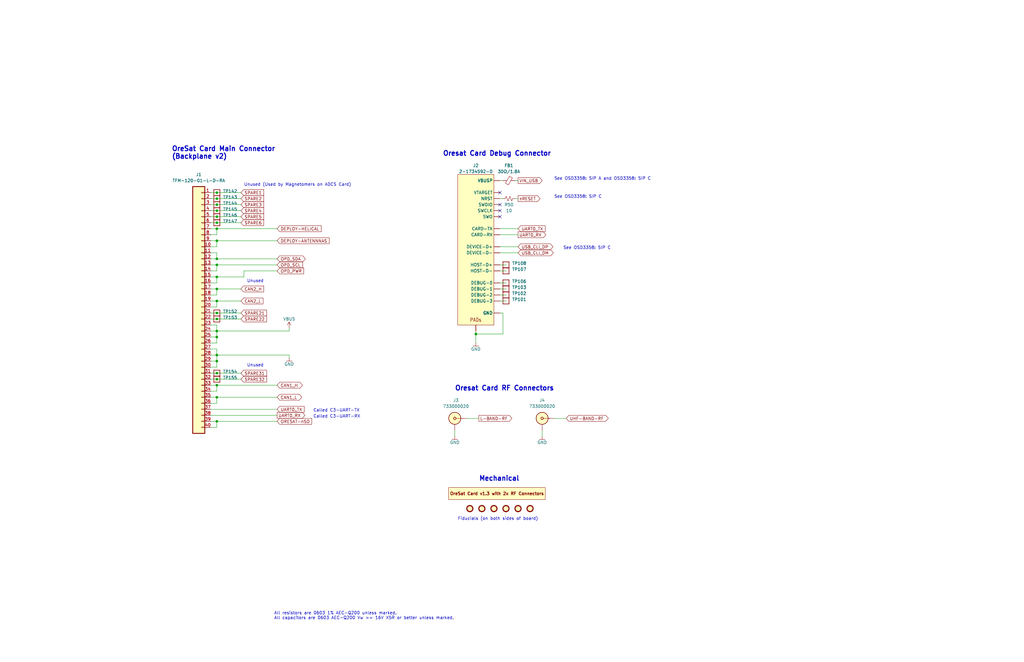
<source format=kicad_sch>
(kicad_sch (version 20230121) (generator eeschema)
  (paper "USLedger")
  (title_block (title "OreSat C3: Connectors") (date "2023-05-29") (rev "6.0"))
  (lib_symbols
    (symbol "Device:FerriteBead_Small" (pin_numbers hide) (pin_names (offset 0))
      (property "Reference" "FB" (at 1.905 1.27 0))
      (property "Value" "FerriteBead_Small" (at 1.905 -1.27 0))
      (symbol "FerriteBead_Small_0_1"
        (polyline (pts (xy 0 -1.27) (xy 0 -0.7874)))
        (polyline (pts (xy 0 0.889) (xy 0 1.2954)))
        (polyline (pts (xy -1.8288 0.2794) (xy -1.1176 1.4986) (xy 1.8288 -0.2032) (xy 1.1176 -1.4224) (xy -1.8288 0.2794)))
      )
      (symbol "FerriteBead_Small_1_1"
        (pin passive line (at 0 2.54 270) (length 1.27) (name "~") (number "1"))
        (pin passive line (at 0 -2.54 90) (length 1.27) (name "~") (number "2"))
      )
    )
    (symbol "Device:R_Small_US" (pin_numbers hide) (pin_names (offset 0.254) hide)
      (property "Reference" "R" (at 0.762 0.508 0))
      (property "Value" "R_Small_US" (at 0.762 -1.016 0))
      (symbol "R_Small_US_1_1"
        (polyline (pts (xy 0 0) (xy 1.016 -0.381) (xy 0 -0.762) (xy -1.016 -1.143) (xy 0 -1.524)))
        (polyline (pts (xy 0 1.524) (xy 1.016 1.143) (xy 0 0.762) (xy -1.016 0.381) (xy 0 0)))
        (pin passive line (at 0 2.54 270) (length 1.016) (name "~") (number "1"))
        (pin passive line (at 0 -2.54 90) (length 1.016) (name "~") (number "2"))
      )
    )
    (symbol "Mechanical:Fiducial"
      (property "Reference" "FID" (at 0 5.08 0))
      (property "Value" "Fiducial" (at 0 3.175 0))
      (symbol "Fiducial_0_1"
        (circle (center 0 0) (radius 1.27) (stroke (width 0.508)) (fill (type background)))
      )
    )
    (symbol "oresat-connectors:J-MOLEX-SMPM-73300-002X"
      (property "Reference" "J" (at 5.08 -3.81 0))
      (property "Value" "733000020" (at 5.08 -6.35 0))
      (symbol "J-MOLEX-SMPM-73300-002X_1_0"
        (polyline (pts (xy 0.508 0) (xy 3.556 0)) (stroke (width 0.1524)))
        (circle (center 0 0) (radius 0.508) (stroke (width 0.254)))
        (circle (center 0 0) (radius 2.54) (stroke (width 0.254)) (fill (type background)))
        (pin passive line (at 0 -5.08 90) (length 2.54) (name "SHIELD") (number "SHEILD"))
        (pin passive line (at 5.08 0 180) (length 2.54) (name "SIGNAL") (number "SIGNAL"))
      )
    )
    (symbol "oresat-connectors:J-SAMTEC-TFM-120-01-L-D-RA" (pin_names hide)
      (property "Reference" "J" (at 0 54.61 0))
      (property "Value" "J-SAMTEC-TFM-120-01-L-D-RA" (at 0 52.07 0))
      (symbol "J-SAMTEC-TFM-120-01-L-D-RA_0_1"
        (rectangle (start 2.413 -50.673) (end 1.143 -50.927) (stroke (width 0.1524)))
        (rectangle (start 2.413 -48.133) (end 1.143 -48.387) (stroke (width 0.1524)))
        (rectangle (start 2.413 -45.593) (end 1.143 -45.847) (stroke (width 0.1524)))
        (rectangle (start 2.413 -43.053) (end 1.143 -43.307) (stroke (width 0.1524)))
        (rectangle (start 2.413 -40.513) (end 1.143 -40.767) (stroke (width 0.1524)))
        (rectangle (start 2.413 -37.973) (end 1.143 -38.227) (stroke (width 0.1524)))
        (rectangle (start 2.413 -35.433) (end 1.143 -35.687) (stroke (width 0.1524)))
        (rectangle (start 2.413 -32.893) (end 1.143 -33.147) (stroke (width 0.1524)))
        (rectangle (start 2.413 -30.353) (end 1.143 -30.607) (stroke (width 0.1524)))
        (rectangle (start 2.413 -27.813) (end 1.143 -28.067) (stroke (width 0.1524)))
        (rectangle (start 2.413 -25.273) (end 1.143 -25.527) (stroke (width 0.1524)))
        (rectangle (start 2.413 -22.733) (end 1.143 -22.987) (stroke (width 0.1524)))
        (rectangle (start 2.413 -20.193) (end 1.143 -20.447) (stroke (width 0.1524)))
        (rectangle (start 2.413 -17.653) (end 1.143 -17.907) (stroke (width 0.1524)))
        (rectangle (start 2.413 -15.113) (end 1.143 -15.367) (stroke (width 0.1524)))
        (rectangle (start 2.413 -12.573) (end 1.143 -12.827) (stroke (width 0.1524)))
        (rectangle (start 2.413 -10.033) (end 1.143 -10.287) (stroke (width 0.1524)))
        (rectangle (start 2.413 -7.493) (end 1.143 -7.747) (stroke (width 0.1524)))
        (rectangle (start 2.413 -4.953) (end 1.143 -5.207) (stroke (width 0.1524)))
        (rectangle (start 2.413 -2.413) (end 1.143 -2.667) (stroke (width 0.1524)))
        (rectangle (start 2.413 0.127) (end 1.143 -0.127) (stroke (width 0.1524)))
        (rectangle (start 2.413 2.667) (end 1.143 2.413) (stroke (width 0.1524)))
        (rectangle (start 2.413 5.207) (end 1.143 4.953) (stroke (width 0.1524)))
        (rectangle (start 2.413 7.747) (end 1.143 7.493) (stroke (width 0.1524)))
        (rectangle (start 2.413 10.287) (end 1.143 10.033) (stroke (width 0.1524)))
        (rectangle (start 2.413 12.827) (end 1.143 12.573) (stroke (width 0.1524)))
        (rectangle (start 2.413 15.367) (end 1.143 15.113) (stroke (width 0.1524)))
        (rectangle (start 2.413 17.907) (end 1.143 17.653) (stroke (width 0.1524)))
        (rectangle (start 2.413 20.447) (end 1.143 20.193) (stroke (width 0.1524)))
        (rectangle (start 2.413 22.987) (end 1.143 22.733) (stroke (width 0.1524)))
        (rectangle (start 2.413 25.527) (end 1.143 25.273) (stroke (width 0.1524)))
        (rectangle (start 2.413 28.067) (end 1.143 27.813) (stroke (width 0.1524)))
        (rectangle (start 2.413 30.607) (end 1.143 30.353) (stroke (width 0.1524)))
        (rectangle (start 2.413 33.147) (end 1.143 32.893) (stroke (width 0.1524)))
        (rectangle (start 2.413 35.687) (end 1.143 35.433) (stroke (width 0.1524)))
        (rectangle (start 2.413 38.227) (end 1.143 37.973) (stroke (width 0.1524)))
        (rectangle (start 2.413 40.767) (end 1.143 40.513) (stroke (width 0.1524)))
        (rectangle (start 2.413 43.307) (end 1.143 43.053) (stroke (width 0.1524)))
        (rectangle (start 2.413 45.847) (end 1.143 45.593) (stroke (width 0.1524)))
        (rectangle (start 2.413 48.387) (end 1.143 48.133) (stroke (width 0.1524)))
      )
      (symbol "J-SAMTEC-TFM-120-01-L-D-RA_1_1"
        (rectangle (start -2.54 50.8) (end 2.54 -53.34) (stroke (width 0.4)) (fill (type background)))
        (pin passive line (at 5.08 48.26 180) (length 2.54) (name "") (number "1"))
        (pin passive line (at 5.08 25.4 180) (length 2.54) (name "") (number "10"))
        (pin passive line (at 5.08 22.86 180) (length 2.54) (name "") (number "11"))
        (pin passive line (at 5.08 20.32 180) (length 2.54) (name "") (number "12"))
        (pin passive line (at 5.08 17.78 180) (length 2.54) (name "") (number "13"))
        (pin passive line (at 5.08 15.24 180) (length 2.54) (name "") (number "14"))
        (pin passive line (at 5.08 12.7 180) (length 2.54) (name "") (number "15"))
        (pin passive line (at 5.08 10.16 180) (length 2.54) (name "") (number "16"))
        (pin passive line (at 5.08 7.62 180) (length 2.54) (name "") (number "17"))
        (pin passive line (at 5.08 5.08 180) (length 2.54) (name "") (number "18"))
        (pin passive line (at 5.08 2.54 180) (length 2.54) (name "") (number "19"))
        (pin passive line (at 5.08 45.72 180) (length 2.54) (name "") (number "2"))
        (pin passive line (at 5.08 0 180) (length 2.54) (name "") (number "20"))
        (pin passive line (at 5.08 -2.54 180) (length 2.54) (name "") (number "21"))
        (pin passive line (at 5.08 -5.08 180) (length 2.54) (name "") (number "22"))
        (pin passive line (at 5.08 -7.62 180) (length 2.54) (name "") (number "23"))
        (pin passive line (at 5.08 -10.16 180) (length 2.54) (name "") (number "24"))
        (pin passive line (at 5.08 -12.7 180) (length 2.54) (name "") (number "25"))
        (pin passive line (at 5.08 -15.24 180) (length 2.54) (name "") (number "26"))
        (pin passive line (at 5.08 -17.78 180) (length 2.54) (name "") (number "27"))
        (pin passive line (at 5.08 -20.32 180) (length 2.54) (name "") (number "28"))
        (pin passive line (at 5.08 -22.86 180) (length 2.54) (name "") (number "29"))
        (pin passive line (at 5.08 43.18 180) (length 2.54) (name "") (number "3"))
        (pin passive line (at 5.08 -25.4 180) (length 2.54) (name "") (number "30"))
        (pin passive line (at 5.08 -27.94 180) (length 2.54) (name "") (number "31"))
        (pin passive line (at 5.08 -30.48 180) (length 2.54) (name "") (number "32"))
        (pin passive line (at 5.08 -33.02 180) (length 2.54) (name "") (number "33"))
        (pin passive line (at 5.08 -35.56 180) (length 2.54) (name "") (number "34"))
        (pin passive line (at 5.08 -38.1 180) (length 2.54) (name "") (number "35"))
        (pin passive line (at 5.08 -40.64 180) (length 2.54) (name "") (number "36"))
        (pin passive line (at 5.08 -43.18 180) (length 2.54) (name "") (number "37"))
        (pin passive line (at 5.08 -45.72 180) (length 2.54) (name "") (number "38"))
        (pin passive line (at 5.08 -48.26 180) (length 2.54) (name "") (number "39"))
        (pin passive line (at 5.08 40.64 180) (length 2.54) (name "") (number "4"))
        (pin passive line (at 5.08 -50.8 180) (length 2.54) (name "") (number "40"))
        (pin passive line (at 5.08 38.1 180) (length 2.54) (name "") (number "5"))
        (pin passive line (at 5.08 35.56 180) (length 2.54) (name "") (number "6"))
        (pin passive line (at 5.08 33.02 180) (length 2.54) (name "") (number "7"))
        (pin passive line (at 5.08 30.48 180) (length 2.54) (name "") (number "8"))
        (pin passive line (at 5.08 27.94 180) (length 2.54) (name "") (number "9"))
      )
    )
    (symbol "oresat-connectors:J-TE-2-1734592-0"
      (property "Reference" "J" (at 0 35.56 0))
      (property "Value" "2-1734592-0" (at 0 33.02 0))
      (symbol "J-TE-2-1734592-0_0_1"
        (rectangle (start -7.62 30.48) (end 7.62 -33.02) (fill (type background)))
      )
      (symbol "J-TE-2-1734592-0_1_0"
        (text "PADs" (at -2.54 -31.75 0) (effects (font (size 1.524 1.2954)) (justify left bottom)))
        (pin passive line (at 10.16 27.94 180) (length 2.54) (name "VBUSP") (number "1"))
        (pin passive line (at 10.16 20.32 180) (length 2.54) (name "NRST") (number "10"))
        (pin passive line (at 10.16 22.86 180) (length 2.54) (name "VTARGET") (number "11"))
        (pin passive line (at 10.16 5.08 180) (length 2.54) (name "CARD-RX") (number "12"))
        (pin passive line (at 10.16 7.62 180) (length 2.54) (name "CARD-TX") (number "13"))
        (pin passive line (at 10.16 17.78 180) (length 2.54) (name "SWDIO") (number "14"))
        (pin passive line (at 10.16 15.24 180) (length 2.54) (name "SWCLK") (number "15"))
        (pin passive line (at 10.16 12.7 180) (length 2.54) (name "SWO") (number "16"))
        (pin passive line (at 10.16 -15.24 180) (length 2.54) (name "DEBUG-0") (number "17"))
        (pin passive line (at 10.16 -17.78 180) (length 2.54) (name "DEBUG-1") (number "18"))
        (pin passive line (at 10.16 -20.32 180) (length 2.54) (name "DEBUG-2") (number "19"))
        (pin passive line (at 10.16 27.94 180) (length 2.54) (name "VBUSP") (number "2"))
        (pin passive line (at 10.16 -22.86 180) (length 2.54) (name "DEBUG-3") (number "20"))
        (pin passive line (at 10.16 -27.94 180) (length 2.54) (name "GND") (number "3"))
        (pin passive line (at 10.16 0 180) (length 2.54) (name "DEVICE-D+") (number "4"))
        (pin passive line (at 10.16 -2.54 180) (length 2.54) (name "DEVICE-D-") (number "5"))
        (pin passive line (at 10.16 -27.94 180) (length 2.54) (name "GND") (number "6"))
        (pin passive line (at 10.16 -7.62 180) (length 2.54) (name "HOST-D+") (number "7"))
        (pin passive line (at 10.16 -10.16 180) (length 2.54) (name "HOST-D-") (number "8"))
        (pin passive line (at 10.16 -27.94 180) (length 2.54) (name "GND") (number "9"))
        (pin passive line (at 0 -35.56 90) (length 2.54) (name "PAD") (number "PAD1"))
        (pin passive line (at 0 -35.56 90) (length 2.54) (name "PAD") (number "PAD2"))
      )
    )
    (symbol "oresat-misc:Test-Point"
      (property "Reference" "TP" (at -2.54 2.54 0))
      (symbol "Test-Point_1_0"
        (polyline (pts (xy -1.27 -1.27) (xy -1.27 1.27)) (stroke (width 0.254)))
        (polyline (pts (xy -1.27 1.27) (xy 1.27 1.27)) (stroke (width 0.254)))
        (polyline (pts (xy 1.27 -1.27) (xy -1.27 -1.27)) (stroke (width 0.254)))
        (polyline (pts (xy 1.27 1.27) (xy 1.27 -1.27)) (stroke (width 0.254)))
        (pin passive line (at 0 0 0) (length 0) (name "1") (number "1"))
      )
    )
    (symbol "oresat-pcbs:ORESAT-CARD-V1.3-2RF-RIGHT"
      (symbol "ORESAT-CARD-V1.3-2RF-RIGHT_1_0"
        (rectangle (start -20.32 2.54) (end 20.32 -2.54) (fill (type background)))
        (text "OreSat Card v1.3 with 2x RF Connectors" (at 0 0 0) (effects (font (size 1.27 1.27) bold)))
      )
    )
    (symbol "oresat-power:GND" (power) (pin_names (offset 0))
      (property "Value" "GND" (at 0 -2.54 0))
      (symbol "GND_0_1"
        (polyline (pts (xy 0 0) (xy 0 -1.27) (xy 1.27 -1.27) (xy 0 -1.27) (xy -1.27 -1.27) (xy 0 -1.27)))
      )
      (symbol "GND_1_1"
        (pin power_in line (at 0 0 270) (length 0) hide (name "GND") (number "1"))
      )
    )
    (symbol "power:VBUS" (power) (pin_names (offset 0))
      (property "Value" "VBUS" (at 0 3.81 0))
      (symbol "VBUS_0_1"
        (polyline (pts (xy -0.762 1.27) (xy 0 2.54)))
        (polyline (pts (xy 0 0) (xy 0 2.54)))
        (polyline (pts (xy 0 2.54) (xy 0.762 1.27)))
      )
      (symbol "VBUS_1_1"
        (pin power_in line (at 0 0 90) (length 0) hide (name "VBUS") (number "1"))
      )
    )
  )
  (junction (at 91.44 111.76))
  (junction (at 91.44 121.92))
  (junction (at 91.44 160.02))
  (junction (at 91.44 177.8))
  (junction (at 91.44 88.9))
  (junction (at 91.44 91.44))
  (junction (at 91.44 134.62))
  (junction (at 91.44 139.7))
  (junction (at 91.44 86.36))
  (junction (at 200.66 140.97))
  (junction (at 91.44 109.22))
  (junction (at 91.44 81.28))
  (junction (at 91.44 83.82))
  (junction (at 91.44 127))
  (junction (at 91.44 101.6))
  (junction (at 91.44 93.98))
  (junction (at 91.44 116.84))
  (junction (at 91.44 149.86))
  (junction (at 91.44 96.52))
  (junction (at 91.44 162.56))
  (junction (at 91.44 132.08))
  (junction (at 91.44 167.64))
  (junction (at 91.44 157.48))
  (junction (at 91.44 152.4))
  (junction (at 91.44 142.24))
  (no_connect (at 210.82 81.28))
  (no_connect (at 210.82 86.36))
  (no_connect (at 210.82 88.9))
  (no_connect (at 210.82 91.44))
  (wire (pts (xy 88.9 134.62) (xy 91.44 134.62)))
  (wire (pts (xy 88.9 111.76) (xy 91.44 111.76)))
  (wire (pts (xy 88.9 109.22) (xy 91.44 109.22)))
  (wire (pts (xy 88.9 93.98) (xy 91.44 93.98)))
  (wire (pts (xy 91.44 137.16) (xy 91.44 139.7)))
  (wire (pts (xy 210.82 114.3) (xy 213.36 114.3)))
  (wire (pts (xy 91.44 121.92) (xy 101.6 121.92)))
  (wire (pts (xy 210.82 132.08) (xy 212.09 132.08)))
  (wire (pts (xy 91.44 139.7) (xy 121.92 139.7)))
  (wire (pts (xy 91.44 129.54) (xy 91.44 127)))
  (wire (pts (xy 91.44 109.22) (xy 116.84 109.22)))
  (wire (pts (xy 88.9 129.54) (xy 91.44 129.54)))
  (wire (pts (xy 88.9 91.44) (xy 91.44 91.44)))
  (wire (pts (xy 88.9 175.26) (xy 116.84 175.26)))
  (wire (pts (xy 91.44 149.86) (xy 121.92 149.86)))
  (wire (pts (xy 91.44 99.06) (xy 91.44 96.52)))
  (wire (pts (xy 210.82 121.92) (xy 213.36 121.92)))
  (wire (pts (xy 91.44 165.1) (xy 91.44 162.56)))
  (wire (pts (xy 88.9 137.16) (xy 91.44 137.16)))
  (wire (pts (xy 88.9 119.38) (xy 91.44 119.38)))
  (wire (pts (xy 217.17 83.82) (xy 218.44 83.82)))
  (wire (pts (xy 91.44 111.76) (xy 116.84 111.76)))
  (wire (pts (xy 91.44 170.18) (xy 91.44 167.64)))
  (wire (pts (xy 88.9 170.18) (xy 91.44 170.18)))
  (wire (pts (xy 218.44 106.68) (xy 210.82 106.68)))
  (wire (pts (xy 88.9 149.86) (xy 91.44 149.86)))
  (wire (pts (xy 91.44 81.28) (xy 101.6 81.28)))
  (wire (pts (xy 102.87 114.3) (xy 116.84 114.3)))
  (wire (pts (xy 88.9 83.82) (xy 91.44 83.82)))
  (wire (pts (xy 91.44 160.02) (xy 101.6 160.02)))
  (wire (pts (xy 88.9 167.64) (xy 91.44 167.64)))
  (wire (pts (xy 200.66 140.97) (xy 200.66 144.78)))
  (wire (pts (xy 121.92 151.13) (xy 121.92 149.86)))
  (wire (pts (xy 91.44 144.78) (xy 91.44 142.24)))
  (wire (pts (xy 210.82 124.46) (xy 213.36 124.46)))
  (wire (pts (xy 91.44 142.24) (xy 88.9 142.24)))
  (wire (pts (xy 233.68 176.53) (xy 238.76 176.53)))
  (wire (pts (xy 196.85 176.53) (xy 201.93 176.53)))
  (wire (pts (xy 91.44 91.44) (xy 101.6 91.44)))
  (wire (pts (xy 91.44 167.64) (xy 116.84 167.64)))
  (wire (pts (xy 91.44 83.82) (xy 101.6 83.82)))
  (wire (pts (xy 88.9 132.08) (xy 91.44 132.08)))
  (wire (pts (xy 88.9 147.32) (xy 91.44 147.32)))
  (wire (pts (xy 228.6 181.61) (xy 228.6 184.15)))
  (wire (pts (xy 88.9 96.52) (xy 91.44 96.52)))
  (wire (pts (xy 88.9 86.36) (xy 91.44 86.36)))
  (wire (pts (xy 91.44 147.32) (xy 91.44 149.86)))
  (wire (pts (xy 88.9 172.72) (xy 116.84 172.72)))
  (wire (pts (xy 88.9 104.14) (xy 91.44 104.14)))
  (wire (pts (xy 91.44 127) (xy 101.6 127)))
  (wire (pts (xy 91.44 86.36) (xy 101.6 86.36)))
  (wire (pts (xy 210.82 83.82) (xy 212.09 83.82)))
  (wire (pts (xy 91.44 177.8) (xy 91.44 180.34)))
  (wire (pts (xy 91.44 139.7) (xy 91.44 142.24)))
  (wire (pts (xy 91.44 152.4) (xy 88.9 152.4)))
  (wire (pts (xy 88.9 139.7) (xy 91.44 139.7)))
  (wire (pts (xy 91.44 134.62) (xy 101.6 134.62)))
  (wire (pts (xy 218.44 99.06) (xy 210.82 99.06)))
  (wire (pts (xy 91.44 157.48) (xy 101.6 157.48)))
  (wire (pts (xy 88.9 165.1) (xy 91.44 165.1)))
  (wire (pts (xy 91.44 149.86) (xy 91.44 152.4)))
  (wire (pts (xy 88.9 127) (xy 91.44 127)))
  (wire (pts (xy 91.44 104.14) (xy 91.44 101.6)))
  (wire (pts (xy 88.9 101.6) (xy 91.44 101.6)))
  (wire (pts (xy 91.44 106.68) (xy 91.44 109.22)))
  (wire (pts (xy 88.9 180.34) (xy 91.44 180.34)))
  (wire (pts (xy 91.44 132.08) (xy 101.6 132.08)))
  (wire (pts (xy 88.9 114.3) (xy 91.44 114.3)))
  (wire (pts (xy 212.09 132.08) (xy 212.09 140.97)))
  (wire (pts (xy 91.44 101.6) (xy 116.84 101.6)))
  (wire (pts (xy 88.9 160.02) (xy 91.44 160.02)))
  (wire (pts (xy 88.9 157.48) (xy 91.44 157.48)))
  (wire (pts (xy 91.44 114.3) (xy 91.44 111.76)))
  (wire (pts (xy 91.44 124.46) (xy 91.44 121.92)))
  (wire (pts (xy 88.9 121.92) (xy 91.44 121.92)))
  (wire (pts (xy 88.9 81.28) (xy 91.44 81.28)))
  (wire (pts (xy 218.44 104.14) (xy 210.82 104.14)))
  (wire (pts (xy 88.9 144.78) (xy 91.44 144.78)))
  (wire (pts (xy 88.9 106.68) (xy 91.44 106.68)))
  (wire (pts (xy 88.9 154.94) (xy 91.44 154.94)))
  (wire (pts (xy 212.09 76.2) (xy 210.82 76.2)))
  (wire (pts (xy 218.44 96.52) (xy 210.82 96.52)))
  (wire (pts (xy 91.44 96.52) (xy 116.84 96.52)))
  (wire (pts (xy 210.82 127) (xy 213.36 127)))
  (wire (pts (xy 88.9 124.46) (xy 91.44 124.46)))
  (wire (pts (xy 200.66 140.97) (xy 200.66 139.7)))
  (wire (pts (xy 91.44 88.9) (xy 101.6 88.9)))
  (wire (pts (xy 91.44 93.98) (xy 101.6 93.98)))
  (wire (pts (xy 121.92 139.7) (xy 121.92 138.43)))
  (wire (pts (xy 88.9 88.9) (xy 91.44 88.9)))
  (wire (pts (xy 91.44 162.56) (xy 116.84 162.56)))
  (wire (pts (xy 88.9 116.84) (xy 91.44 116.84)))
  (wire (pts (xy 88.9 177.8) (xy 91.44 177.8)))
  (wire (pts (xy 88.9 99.06) (xy 91.44 99.06)))
  (wire (pts (xy 210.82 119.38) (xy 213.36 119.38)))
  (wire (pts (xy 102.87 116.84) (xy 102.87 114.3)))
  (wire (pts (xy 91.44 177.8) (xy 116.84 177.8)))
  (wire (pts (xy 191.77 181.61) (xy 191.77 184.15)))
  (wire (pts (xy 91.44 119.38) (xy 91.44 116.84)))
  (wire (pts (xy 212.09 140.97) (xy 200.66 140.97)))
  (wire (pts (xy 91.44 154.94) (xy 91.44 152.4)))
  (wire (pts (xy 88.9 162.56) (xy 91.44 162.56)))
  (wire (pts (xy 213.36 111.76) (xy 210.82 111.76)))
  (wire (pts (xy 91.44 116.84) (xy 102.87 116.84)))
  (wire (pts (xy 218.44 76.2) (xy 217.17 76.2)))
  (text "Oresat Card RF Connectors" (at 191.77 165.1 0) (effects (font (size 2 2) (thickness 0.4) bold) (justify left bottom)))
  (text "See OSD3358: SIP C" (at 237.49 105.41 0) (effects (font (size 1.27 1.27)) (justify left bottom)))
  (text "OreSat Card Main Connector\n(Backplane v2)" (at 72.39 67.31 0) (effects (font (size 2 2) (thickness 0.4) bold) (justify left bottom)))
  (text "Fiducials (on both sides of board)" (at 193.04 219.71 0) (effects (font (size 1.27 1.27)) (justify left bottom)))
  (text "Mechanical" (at 201.93 203.2 0) (effects (font (size 2 2) (thickness 0.4) bold) (justify left bottom)))
  (text "Called C3-UART-TX" (at 132.08 173.99 0) (effects (font (size 1.27 1.27)) (justify left bottom)))
  (text "Oresat Card Debug Connector" (at 186.69 66.04 0) (effects (font (size 2 2) (thickness 0.4) bold) (justify left bottom)))
  (text "Unused (Used by Magnetomers on ADCS Card)" (at 102.87 78.74 0) (effects (font (size 1.27 1.27)) (justify left bottom)))
  (text "See OSD3358: SIP A and OSD3358: SIP C" (at 233.68 76.2 0) (effects (font (size 1.27 1.27)) (justify left bottom)))
  (text "Unused" (at 104.14 154.94 0) (effects (font (size 1.27 1.27)) (justify left bottom)))
  (text "Unused" (at 104.14 119.38 0) (effects (font (size 1.27 1.27)) (justify left bottom)))
  (text "Called C3-UART-RX" (at 132.08 176.53 0) (effects (font (size 1.27 1.27)) (justify left bottom)))
  (text "See OSD3358: SIP C" (at 233.68 83.82 0) (effects (font (size 1.27 1.27)) (justify left bottom)))
  (text "All resistors are 0603 1% AEC-Q200 unless marked.\nAll capacitors are 0603 AEC-Q200 Vw >= 16V X5R or better unless marked." (at 115.57 261.62 0) (effects (font (size 1.27 1.27)) (justify left bottom)))
  (global_label "SPARE2" (shape input) (at 101.6 83.82 0) (property "Intersheetrefs" "${INTERSHEET_REFS}" (at 111.2098 83.7406 0) (effects (justify left))))
  (global_label "SPARE1" (shape input) (at 101.6 81.28 0) (property "Intersheetrefs" "${INTERSHEET_REFS}" (at 111.2098 81.2006 0) (effects (justify left))))
  (global_label "UART0_TX" (shape input) (at 218.44 96.52 0) (property "Intersheetrefs" "${INTERSHEET_REFS}" (at 230.3567 96.52 0) (effects (justify left))))
  (global_label "SPARE6" (shape input) (at 101.6 93.98 0) (property "Intersheetrefs" "${INTERSHEET_REFS}" (at 111.2098 93.9006 0) (effects (justify left))))
  (global_label "SPARE31" (shape input) (at 101.6 157.48 0) (property "Intersheetrefs" "${INTERSHEET_REFS}" (at 112.4193 157.4006 0) (effects (justify left))))
  (global_label "UART0_RX" (shape output) (at 218.44 99.06 0) (property "Intersheetrefs" "${INTERSHEET_REFS}" (at 230.6591 99.06 0) (effects (justify left))))
  (global_label "CAN2_L" (shape input) (at 101.6 127 0) (property "Intersheetrefs" "${INTERSHEET_REFS}" (at 110.9074 126.9206 0) (effects (justify left))))
  (global_label "USB_CLI_DM" (shape bidirectional) (at 218.44 106.68 0) (property "Intersheetrefs" "${INTERSHEET_REFS}" (at 233.8266 106.68 0) (effects (justify left))))
  (global_label "SPARE32" (shape input) (at 101.6 160.02 0) (property "Intersheetrefs" "${INTERSHEET_REFS}" (at 112.4193 159.9406 0) (effects (justify left))))
  (global_label "VIN_USB" (shape output) (at 218.44 76.2 0) (property "Intersheetrefs" "${INTERSHEET_REFS}" (at 229.1473 76.2 0) (effects (justify left))))
  (global_label "UHF-BAND-RF" (shape bidirectional) (at 238.76 176.53 0) (property "Intersheetrefs" "${INTERSHEET_REFS}" (at 256.9892 176.53 0) (effects (justify left))))
  (global_label "SPARE4" (shape input) (at 101.6 88.9 0) (property "Intersheetrefs" "${INTERSHEET_REFS}" (at 111.2098 88.8206 0) (effects (justify left))))
  (global_label "nRESET" (shape output) (at 218.44 83.82 0) (property "Intersheetrefs" "${INTERSHEET_REFS}" (at 228.2399 83.82 0) (effects (justify left))))
  (global_label "SPARE5" (shape input) (at 101.6 91.44 0) (property "Intersheetrefs" "${INTERSHEET_REFS}" (at 111.2098 91.3606 0) (effects (justify left))))
  (global_label "SPARE22" (shape input) (at 101.6 134.62 0) (property "Intersheetrefs" "${INTERSHEET_REFS}" (at 112.4193 134.5406 0) (effects (justify left))))
  (global_label "CAN1_L" (shape bidirectional) (at 116.84 167.64 0) (property "Intersheetrefs" "${INTERSHEET_REFS}" (at 127.7514 167.64 0) (effects (justify left))))
  (global_label "UART0_TX" (shape input) (at 116.84 172.72 0) (property "Intersheetrefs" "${INTERSHEET_REFS}" (at 128.7567 172.72 0) (effects (justify left))))
  (global_label "OPD_PWR" (shape input) (at 116.84 114.3 0) (property "Intersheetrefs" "${INTERSHEET_REFS}" (at 128.0826 114.2206 0) (effects (justify left))))
  (global_label "SPARE21" (shape input) (at 101.6 132.08 0) (property "Intersheetrefs" "${INTERSHEET_REFS}" (at 112.4193 132.0006 0) (effects (justify left))))
  (global_label "OPD_SDA" (shape bidirectional) (at 116.84 109.22 0) (property "Intersheetrefs" "${INTERSHEET_REFS}" (at 129.2633 109.22 0) (effects (justify left))))
  (global_label "ORESAT-nSD" (shape input) (at 116.84 177.8 0) (property "Intersheetrefs" "${INTERSHEET_REFS}" (at 131.9619 177.8 0) (effects (justify left))))
  (global_label "CAN1_H" (shape bidirectional) (at 116.84 162.56 0) (property "Intersheetrefs" "${INTERSHEET_REFS}" (at 128.0538 162.56 0) (effects (justify left))))
  (global_label "OPD_SCL" (shape input) (at 116.84 111.76 0) (property "Intersheetrefs" "${INTERSHEET_REFS}" (at 128.0915 111.76 0) (effects (justify left))))
  (global_label "USB_CLI_DP" (shape bidirectional) (at 218.44 104.14 0) (property "Intersheetrefs" "${INTERSHEET_REFS}" (at 233.6452 104.14 0) (effects (justify left))))
  (global_label "UART0_RX" (shape output) (at 116.84 175.26 0) (property "Intersheetrefs" "${INTERSHEET_REFS}" (at 129.0591 175.26 0) (effects (justify left))))
  (global_label "L-BAND-RF" (shape output) (at 201.93 176.53 0) (property "Intersheetrefs" "${INTERSHEET_REFS}" (at 216.3264 176.53 0) (effects (justify left))))
  (global_label "DEPLOY-ANTENNNAS" (shape input) (at 116.84 101.6 0) (property "Intersheetrefs" "${INTERSHEET_REFS}" (at 139.2797 101.6 0) (effects (justify left))))
  (global_label "SPARE3" (shape input) (at 101.6 86.36 0) (property "Intersheetrefs" "${INTERSHEET_REFS}" (at 111.2098 86.2806 0) (effects (justify left))))
  (global_label "CAN2_H" (shape input) (at 101.6 121.92 0) (property "Intersheetrefs" "${INTERSHEET_REFS}" (at 111.2098 121.8406 0) (effects (justify left))))
  (global_label "DEPLOY-HELICAL" (shape input) (at 116.84 96.52 0) (property "Intersheetrefs" "${INTERSHEET_REFS}" (at 135.9535 96.52 0) (effects (justify left))))
  (symbol (lib_id "oresat-misc:Test-Point") (at 91.44 93.98 270) (unit 1)
    (property "Reference" "TP147" (at 93.98 93.345 90) (effects (justify left)))
    (property "Value" "Test-Point" (effects hide))
    (property "Footprint" "oresat-misc:PAD.03X.04" (effects hide))
  )
  (symbol (lib_id "oresat-misc:Test-Point") (at 91.44 88.9 270) (unit 1)
    (property "Reference" "TP145" (at 93.98 88.265 90) (effects (justify left)))
    (property "Value" "Test-Point" (effects hide))
    (property "Footprint" "oresat-misc:PAD.03X.04" (effects hide))
  )
  (symbol (lib_id "Mechanical:Fiducial") (at 208.28 214.63 0) (unit 1)
    (property "Reference" "FID3" (effects hide))
    (property "Value" "Fiducial" (effects hide))
    (property "Footprint" "oresat-misc:FIDUCIAL-1.0X2.0" (effects hide))
  )
  (symbol (lib_id "oresat-connectors:J-TE-2-1734592-0") (at 200.66 104.14 0) (unit 1)
    (property "Reference" "J2" (at 200.66 69.85 0))
    (property "Value" "2-1734592-0" (at 200.66 72.39 0))
    (property "Footprint" "oresat-connectors:J-TE-2-1734592-0" (effects hide))
    (property "Datasheet" "https://www.te.com/usa-en/product-2-1734592-0.datasheet.pdf" (effects hide))
  )
  (symbol (lib_id "Mechanical:Fiducial") (at 213.36 214.63 0) (unit 1)
    (property "Reference" "FID4" (effects hide))
    (property "Value" "Fiducial" (effects hide))
    (property "Footprint" "oresat-misc:FIDUCIAL-1.0X2.0" (effects hide))
  )
  (symbol (lib_id "oresat-misc:Test-Point") (at 91.44 86.36 270) (unit 1)
    (property "Reference" "TP144" (at 93.98 85.725 90) (effects (justify left)))
    (property "Value" "Test-Point" (effects hide))
    (property "Footprint" "oresat-misc:PAD.03X.04" (effects hide))
  )
  (symbol (lib_id "Mechanical:Fiducial") (at 203.2 214.63 0) (unit 1)
    (property "Reference" "FID2" (effects hide))
    (property "Value" "Fiducial" (effects hide))
    (property "Footprint" "oresat-misc:FIDUCIAL-1.0X2.0" (effects hide))
  )
  (symbol (lib_id "oresat-connectors:J-MOLEX-SMPM-73300-002X") (at 191.77 176.53 0) (unit 1)
    (property "Reference" "J3" (at 192.2526 168.91 0))
    (property "Value" "733000020" (at 192.2526 171.45 0))
    (property "Footprint" "oresat-connectors:J-MOLEX-SMPM-073300-003X" (effects hide))
    (property "Datasheet" "https://tools.molex.com/pdm_docs/sd/733000020_sd.pdf" (effects hide))
  )
  (symbol (lib_id "Mechanical:Fiducial") (at 218.44 214.63 0) (unit 1)
    (property "Reference" "FID5" (effects hide))
    (property "Value" "Fiducial" (effects hide))
    (property "Footprint" "oresat-misc:FIDUCIAL-1.0X2.0" (effects hide))
  )
  (symbol (lib_id "oresat-misc:Test-Point") (at 91.44 83.82 270) (unit 1)
    (property "Reference" "TP143" (at 93.98 83.185 90) (effects (justify left)))
    (property "Value" "Test-Point" (effects hide))
    (property "Footprint" "oresat-misc:PAD.03X.04" (effects hide))
  )
  (symbol (lib_id "oresat-misc:Test-Point") (at 213.36 124.46 270) (unit 1)
    (property "Reference" "TP102" (at 215.9 123.825 90) (effects (justify left)))
    (property "Value" "Test-Point" (effects hide))
    (property "Footprint" "oresat-misc:PAD.03X.04" (effects hide))
  )
  (symbol (lib_id "Device:R_Small_US") (at 214.63 83.82 90) (unit 1)
    (property "Reference" "R50" (at 214.63 86.36 90))
    (property "Value" "10" (at 214.63 88.9 90))
    (property "Footprint" "Resistor_SMD:R_0603_1608Metric" (effects hide))
    (instances (project "oresat-c3" (path "" (reference "R50") (unit 1)) (path "" (reference "R48") (unit 1))))
  )
  (symbol (lib_id "oresat-misc:Test-Point") (at 213.36 114.3 270) (unit 1)
    (property "Reference" "TP107" (at 215.9 113.665 90) (effects (justify left)))
    (property "Value" "Test-Point" (effects hide))
    (property "Footprint" "oresat-misc:PAD.03X.04" (effects hide))
  )
  (symbol (lib_id "oresat-misc:Test-Point") (at 213.36 121.92 270) (unit 1)
    (property "Reference" "TP103" (at 215.9 121.285 90) (effects (justify left)))
    (property "Value" "Test-Point" (effects hide))
    (property "Footprint" "oresat-misc:PAD.03X.04" (effects hide))
  )
  (symbol (lib_id "oresat-misc:Test-Point") (at 213.36 119.38 270) (unit 1)
    (property "Reference" "TP106" (at 215.9 118.745 90) (effects (justify left)))
    (property "Value" "Test-Point" (effects hide))
    (property "Footprint" "oresat-misc:PAD.03X.04" (effects hide))
  )
  (symbol (lib_id "Mechanical:Fiducial") (at 223.52 214.63 0) (unit 1)
    (property "Reference" "FID6" (effects hide))
    (property "Value" "Fiducial" (effects hide))
    (property "Footprint" "oresat-misc:FIDUCIAL-1.0X2.0" (effects hide))
  )
  (symbol (lib_id "oresat-misc:Test-Point") (at 91.44 157.48 270) (unit 1)
    (property "Reference" "TP154" (at 93.98 156.845 90) (effects (justify left)))
    (property "Value" "Test-Point" (effects hide))
    (property "Footprint" "oresat-misc:PAD.03X.04" (effects hide))
  )
  (symbol (lib_id "oresat-pcbs:ORESAT-CARD-V1.3-2RF-RIGHT") (at 209.55 208.28 0) (unit 1)
    (property "Reference" "PCB1" (effects hide))
    (property "Value" "ORESAT-CARD-V1.3-GENERIC-1RF-POS2" (effects hide))
    (property "Footprint" "oresat-pcbs:ORESAT-CARD-V1.3-2RF-RIGHT" (effects hide))
  )
  (symbol (lib_id "oresat-misc:Test-Point") (at 91.44 91.44 270) (unit 1)
    (property "Reference" "TP146" (at 93.98 90.805 90) (effects (justify left)))
    (property "Value" "Test-Point" (effects hide))
    (property "Footprint" "oresat-misc:PAD.03X.04" (effects hide))
  )
  (symbol (lib_id "oresat-connectors:J-MOLEX-SMPM-73300-002X") (at 228.6 176.53 0) (unit 1)
    (property "Reference" "J4" (at 228.6 168.91 0))
    (property "Value" "733000020" (at 228.6 171.45 0))
    (property "Footprint" "oresat-connectors:J-MOLEX-SMPM-073300-003X" (effects hide))
    (property "Datasheet" "https://tools.molex.com/pdm_docs/sd/733000020_sd.pdf" (effects hide))
  )
  (symbol (lib_id "oresat-connectors:J-SAMTEC-TFM-120-01-L-D-RA") (at 83.82 129.54 0) (unit 1)
    (property "Reference" "J1" (at 83.82 73.66 0))
    (property "Value" "TFM-120-01-L-D-RA" (at 83.82 76.2 0))
    (property "Footprint" "oresat-connectors:J-SAMTEC-TFM-120-X1-XXX-D-RA" (effects hide))
    (property "Datasheet" "https://suddendocs.samtec.com/catalog_english/tfm.pdf" (effects hide))
  )
  (symbol (lib_id "oresat-power:GND") (at 121.92 151.13 0) (unit 1)
    (property "Reference" "#GND020" (effects hide))
    (property "Value" "GND" (at 121.92 153.67 0))
  )
  (symbol (lib_id "Device:FerriteBead_Small") (at 214.63 76.2 90) (unit 1)
    (property "Reference" "FB1" (at 214.5919 69.85 90))
    (property "Value" "30Ω/1.8A" (at 214.5919 72.39 90))
    (property "Footprint" "Inductor_SMD:L_0603_1608Metric" (effects hide))
  )
  (symbol (lib_id "power:VBUS") (at 121.92 138.43 0) (unit 1)
    (property "Reference" "#PWR07" (effects hide))
    (property "Value" "VBUS" (at 121.92 134.62 0))
  )
  (symbol (lib_id "oresat-misc:Test-Point") (at 91.44 134.62 270) (unit 1)
    (property "Reference" "TP153" (at 93.98 133.985 90) (effects (justify left)))
    (property "Value" "Test-Point" (effects hide))
    (property "Footprint" "oresat-misc:PAD.03X.04" (effects hide))
  )
  (symbol (lib_id "oresat-power:GND") (at 200.66 144.78 0) (unit 1)
    (property "Reference" "#GND0101" (effects hide))
    (property "Value" "GND" (at 200.66 147.32 0))
  )
  (symbol (lib_id "oresat-power:GND") (at 191.77 184.15 0) (unit 1)
    (property "Reference" "#GND0102" (effects hide))
    (property "Value" "GND" (at 191.77 186.69 0))
  )
  (symbol (lib_id "oresat-misc:Test-Point") (at 91.44 81.28 270) (unit 1)
    (property "Reference" "TP142" (at 93.98 80.645 90) (effects (justify left)))
    (property "Value" "Test-Point" (effects hide))
    (property "Footprint" "oresat-misc:PAD.03X.04" (effects hide))
  )
  (symbol (lib_id "oresat-misc:Test-Point") (at 91.44 132.08 270) (unit 1)
    (property "Reference" "TP152" (at 93.98 131.445 90) (effects (justify left)))
    (property "Value" "Test-Point" (effects hide))
    (property "Footprint" "oresat-misc:PAD.03X.04" (effects hide))
  )
  (symbol (lib_id "oresat-misc:Test-Point") (at 91.44 160.02 270) (unit 1)
    (property "Reference" "TP155" (at 93.98 159.385 90) (effects (justify left)))
    (property "Value" "Test-Point" (effects hide))
    (property "Footprint" "oresat-misc:PAD.03X.04" (effects hide))
  )
  (symbol (lib_id "oresat-misc:Test-Point") (at 213.36 111.76 270) (unit 1)
    (property "Reference" "TP108" (at 215.9 111.125 90) (effects (justify left)))
    (property "Value" "Test-Point" (effects hide))
    (property "Footprint" "oresat-misc:PAD.03X.04" (effects hide))
  )
  (symbol (lib_id "oresat-power:GND") (at 228.6 184.15 0) (unit 1)
    (property "Reference" "#GND017" (effects hide))
    (property "Value" "GND" (at 228.6 186.69 0))
  )
  (symbol (lib_id "Mechanical:Fiducial") (at 198.12 214.63 0) (unit 1)
    (property "Reference" "FID1" (effects hide))
    (property "Value" "Fiducial" (effects hide))
    (property "Footprint" "oresat-misc:FIDUCIAL-1.0X2.0" (effects hide))
  )
  (symbol (lib_id "oresat-misc:Test-Point") (at 213.36 127 270) (unit 1)
    (property "Reference" "TP101" (at 215.9 126.365 90) (effects (justify left)))
    (property "Value" "Test-Point" (effects hide))
    (property "Footprint" "oresat-misc:PAD.03X.04" (effects hide))
  )
)
</source>
